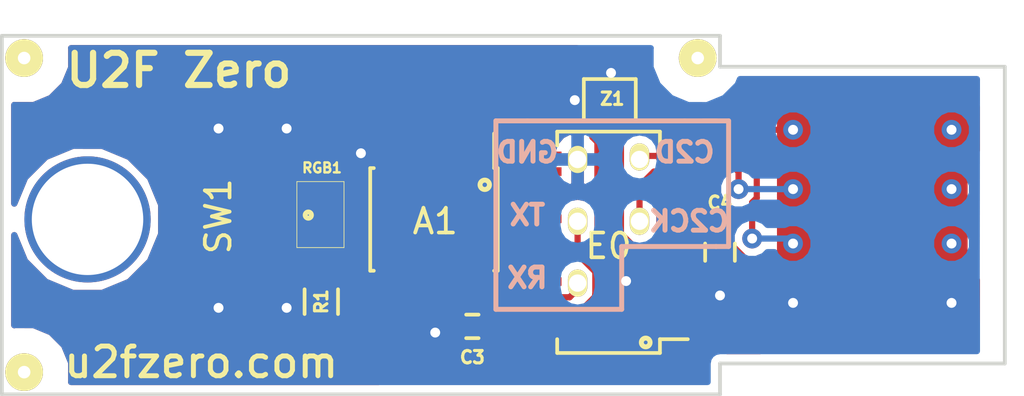
<source format=kicad_pcb>
(kicad_pcb (version 4) (host pcbnew 4.0.7)

  (general
    (links 28)
    (no_connects 0)
    (area 33.409599 27.275 76.550001 43.575001)
    (thickness 2)
    (drawings 50)
    (tracks 197)
    (zones 0)
    (modules 16)
    (nets 29)
  )

  (page User 101.6 101.6)
  (layers
    (0 F.Cu signal)
    (31 B.Cu signal hide)
    (32 B.Adhes user)
    (33 F.Adhes user)
    (34 B.Paste user)
    (35 F.Paste user)
    (36 B.SilkS user hide)
    (37 F.SilkS user)
    (38 B.Mask user)
    (39 F.Mask user)
    (40 Dwgs.User user)
    (41 Cmts.User user)
    (42 Eco1.User user)
    (43 Eco2.User user)
    (44 Edge.Cuts user)
    (45 Margin user)
    (46 B.CrtYd user)
    (47 F.CrtYd user)
    (48 B.Fab user)
    (49 F.Fab user)
  )

  (setup
    (last_trace_width 0.25)
    (user_trace_width 0.16)
    (user_trace_width 0.2)
    (trace_clearance 0.2)
    (zone_clearance 0.3)
    (zone_45_only no)
    (trace_min 0.15)
    (segment_width 0.2)
    (edge_width 0.15)
    (via_size 0.8)
    (via_drill 0.4)
    (via_min_size 0.4)
    (via_min_drill 0.3)
    (user_via 5.1 4.5)
    (uvia_size 0.3)
    (uvia_drill 0.1)
    (uvias_allowed no)
    (uvia_min_size 0.2)
    (uvia_min_drill 0.1)
    (pcb_text_width 0.3)
    (pcb_text_size 1.5 1.5)
    (mod_edge_width 0.15)
    (mod_text_size 1 1)
    (mod_text_width 0.15)
    (pad_size 1.45 0.35)
    (pad_drill 0)
    (pad_to_mask_clearance 0.1)
    (pad_to_paste_clearance -0.003)
    (aux_axis_origin 36.15 42.6)
    (visible_elements 7FFEFF3F)
    (pcbplotparams
      (layerselection 0x010f0_80000001)
      (usegerberextensions false)
      (excludeedgelayer true)
      (linewidth 0.100000)
      (plotframeref false)
      (viasonmask false)
      (mode 1)
      (useauxorigin false)
      (hpglpennumber 1)
      (hpglpenspeed 20)
      (hpglpendiameter 15)
      (hpglpenoverlay 2)
      (psnegative false)
      (psa4output false)
      (plotreference true)
      (plotvalue true)
      (plotinvisibletext false)
      (padsonsilk false)
      (subtractmaskfromsilk false)
      (outputformat 1)
      (mirror false)
      (drillshape 0)
      (scaleselection 1)
      (outputdirectory gerbers/))
  )

  (net 0 "")
  (net 1 /+5V)
  (net 2 "Net-(A1-Pad7)")
  (net 3 "Net-(A1-Pad6)")
  (net 4 "Net-(A1-Pad5)")
  (net 5 GND)
  (net 6 "Net-(A1-Pad3)")
  (net 7 "Net-(A1-Pad2)")
  (net 8 "Net-(A1-Pad1)")
  (net 9 /HD+)
  (net 10 /HD-)
  (net 11 "Net-(R1-Pad2)")
  (net 12 "Net-(Z1-Pad1)")
  (net 13 /C2CK)
  (net 14 /C2D)
  (net 15 /RX)
  (net 16 /TX)
  (net 17 "Net-(E0-Pad1)")
  (net 18 "Net-(E0-Pad10)")
  (net 19 "Net-(E0-Pad13)")
  (net 20 "Net-(E0-Pad15)")
  (net 21 "Net-(E0-Pad16)")
  (net 22 "Net-(E0-Pad17)")
  (net 23 "Net-(E0-Pad18)")
  (net 24 "Net-(E0-Pad19)")
  (net 25 "Net-(E0-Pad20)")
  (net 26 "Net-(E0-Pad21)")
  (net 27 "Net-(E0-Pad24)")
  (net 28 "Net-(E0-Pad7)")

  (net_class Default "This is the default net class."
    (clearance 0.2)
    (trace_width 0.25)
    (via_dia 0.8)
    (via_drill 0.4)
    (uvia_dia 0.3)
    (uvia_drill 0.1)
    (add_net /+5V)
    (add_net /C2CK)
    (add_net /C2D)
    (add_net /HD+)
    (add_net /HD-)
    (add_net /RX)
    (add_net /TX)
    (add_net GND)
    (add_net "Net-(A1-Pad1)")
    (add_net "Net-(A1-Pad2)")
    (add_net "Net-(A1-Pad3)")
    (add_net "Net-(A1-Pad5)")
    (add_net "Net-(A1-Pad6)")
    (add_net "Net-(A1-Pad7)")
    (add_net "Net-(E0-Pad1)")
    (add_net "Net-(E0-Pad10)")
    (add_net "Net-(E0-Pad13)")
    (add_net "Net-(E0-Pad15)")
    (add_net "Net-(E0-Pad16)")
    (add_net "Net-(E0-Pad17)")
    (add_net "Net-(E0-Pad18)")
    (add_net "Net-(E0-Pad19)")
    (add_net "Net-(E0-Pad20)")
    (add_net "Net-(E0-Pad21)")
    (add_net "Net-(E0-Pad24)")
    (add_net "Net-(E0-Pad7)")
    (add_net "Net-(R1-Pad2)")
    (add_net "Net-(Z1-Pad1)")
  )

  (module Capacitors_SMD:C_0402 (layer F.Cu) (tedit 5705CECD) (tstamp 5686DC1D)
    (at 54.25 40.75 180)
    (descr "Capacitor SMD 0402, reflow soldering, AVX (see smccp.pdf)")
    (tags "capacitor 0402")
    (path /56857DEB)
    (attr smd)
    (fp_text reference C3 (at 0 -1.25 180) (layer F.SilkS)
      (effects (font (size 0.5 0.5) (thickness 0.125)))
    )
    (fp_text value 0.1uF (at 0 1.7 180) (layer F.Fab)
      (effects (font (size 1 1) (thickness 0.15)))
    )
    (fp_line (start -1.15 -0.6) (end 1.15 -0.6) (layer F.CrtYd) (width 0.05))
    (fp_line (start -1.15 0.6) (end 1.15 0.6) (layer F.CrtYd) (width 0.05))
    (fp_line (start -1.15 -0.6) (end -1.15 0.6) (layer F.CrtYd) (width 0.05))
    (fp_line (start 1.15 -0.6) (end 1.15 0.6) (layer F.CrtYd) (width 0.05))
    (fp_line (start 0.25 -0.475) (end -0.25 -0.475) (layer F.SilkS) (width 0.15))
    (fp_line (start -0.25 0.475) (end 0.25 0.475) (layer F.SilkS) (width 0.15))
    (pad 1 smd rect (at -0.55 0 180) (size 0.6 0.5) (layers F.Cu F.Paste F.Mask)
      (net 1 /+5V))
    (pad 2 smd rect (at 0.55 0 180) (size 0.6 0.5) (layers F.Cu F.Paste F.Mask)
      (net 5 GND))
    (model Capacitors_SMD.3dshapes/C_0402.wrl
      (at (xyz 0 0 0))
      (scale (xyz 1 1 1))
      (rotate (xyz 0 0 0))
    )
  )

  (module Capacitors_SMD:C_0603 (layer F.Cu) (tedit 5705CECA) (tstamp 5686DC23)
    (at 64.25 37.75 90)
    (descr "Capacitor SMD 0603, reflow soldering, AVX (see smccp.pdf)")
    (tags "capacitor 0603")
    (path /56857E44)
    (attr smd)
    (fp_text reference C4 (at 2 0 180) (layer F.SilkS)
      (effects (font (size 0.5 0.5) (thickness 0.125)))
    )
    (fp_text value 4.7uF (at 0 1.9 90) (layer F.Fab)
      (effects (font (size 1 1) (thickness 0.15)))
    )
    (fp_line (start -1.45 -0.75) (end 1.45 -0.75) (layer F.CrtYd) (width 0.05))
    (fp_line (start -1.45 0.75) (end 1.45 0.75) (layer F.CrtYd) (width 0.05))
    (fp_line (start -1.45 -0.75) (end -1.45 0.75) (layer F.CrtYd) (width 0.05))
    (fp_line (start 1.45 -0.75) (end 1.45 0.75) (layer F.CrtYd) (width 0.05))
    (fp_line (start -0.35 -0.6) (end 0.35 -0.6) (layer F.SilkS) (width 0.15))
    (fp_line (start 0.35 0.6) (end -0.35 0.6) (layer F.SilkS) (width 0.15))
    (pad 1 smd rect (at -0.75 0 90) (size 0.8 0.75) (layers F.Cu F.Paste F.Mask)
      (net 5 GND))
    (pad 2 smd rect (at 0.75 0 90) (size 0.8 0.75) (layers F.Cu F.Paste F.Mask)
      (net 1 /+5V))
    (model Capacitors_SMD.3dshapes/C_0603.wrl
      (at (xyz 0 0 0))
      (scale (xyz 1 1 1))
      (rotate (xyz 0 0 0))
    )
  )

  (module Resistors_SMD:R_0603 (layer F.Cu) (tedit 5705BCA1) (tstamp 5686DC42)
    (at 48.15 39.75 90)
    (descr "Resistor SMD 0603, reflow soldering, Vishay (see dcrcw.pdf)")
    (tags "resistor 0603")
    (path /56857B9B)
    (attr smd)
    (fp_text reference R1 (at 0 0 270) (layer F.SilkS)
      (effects (font (size 0.5 0.5) (thickness 0.125)))
    )
    (fp_text value 100 (at 0 1.9 90) (layer F.Fab)
      (effects (font (size 1 1) (thickness 0.15)))
    )
    (fp_line (start -1.3 -0.8) (end 1.3 -0.8) (layer F.CrtYd) (width 0.05))
    (fp_line (start -1.3 0.8) (end 1.3 0.8) (layer F.CrtYd) (width 0.05))
    (fp_line (start -1.3 -0.8) (end -1.3 0.8) (layer F.CrtYd) (width 0.05))
    (fp_line (start 1.3 -0.8) (end 1.3 0.8) (layer F.CrtYd) (width 0.05))
    (fp_line (start 0.5 0.675) (end -0.5 0.675) (layer F.SilkS) (width 0.15))
    (fp_line (start -0.5 -0.675) (end 0.5 -0.675) (layer F.SilkS) (width 0.15))
    (pad 1 smd rect (at -0.75 0 90) (size 0.5 0.9) (layers F.Cu F.Paste F.Mask)
      (net 1 /+5V))
    (pad 2 smd rect (at 0.75 0 90) (size 0.5 0.9) (layers F.Cu F.Paste F.Mask)
      (net 11 "Net-(R1-Pad2)"))
    (model Resistors_SMD.3dshapes/R_0603.wrl
      (at (xyz 0 0 0))
      (scale (xyz 1 1 1))
      (rotate (xyz 0 0 0))
    )
  )

  (module TO_SOT_Packages_SMD:SOT-553 (layer F.Cu) (tedit 5705CEBA) (tstamp 5686DC5B)
    (at 59.8 31.6)
    (descr SOT553)
    (path /56857EAF)
    (attr smd)
    (fp_text reference Z1 (at 0.1 -0.05) (layer F.SilkS)
      (effects (font (size 0.5 0.5) (thickness 0.125)))
    )
    (fp_text value DF5A5.6JE (at 0 1.34874) (layer F.Fab)
      (effects (font (size 1 1) (thickness 0.15)))
    )
    (fp_line (start -1.04902 -0.8509) (end 1.04902 -0.8509) (layer F.SilkS) (width 0.15))
    (fp_line (start 1.04902 -0.8509) (end 1.04902 0.8509) (layer F.SilkS) (width 0.15))
    (fp_line (start 1.04902 0.8509) (end -1.04902 0.8509) (layer F.SilkS) (width 0.15))
    (fp_line (start -1.04902 0.8509) (end -1.04902 -0.8509) (layer F.SilkS) (width 0.15))
    (pad 1 smd rect (at -0.70104 -0.50038) (size 0.44958 0.29972) (layers F.Cu F.Paste F.Mask)
      (net 12 "Net-(Z1-Pad1)"))
    (pad 3 smd rect (at -0.70104 0.50038) (size 0.44958 0.29972) (layers F.Cu F.Paste F.Mask)
      (net 1 /+5V))
    (pad 5 smd rect (at 0.70104 -0.50038) (size 0.44958 0.29972) (layers F.Cu F.Paste F.Mask)
      (net 9 /HD+))
    (pad 2 smd rect (at -0.70104 0) (size 0.44958 0.29972) (layers F.Cu F.Paste F.Mask)
      (net 5 GND))
    (pad 4 smd rect (at 0.70104 0.50038) (size 0.44958 0.29972) (layers F.Cu F.Paste F.Mask)
      (net 10 /HD-))
    (model TO_SOT_Packages_SMD.3dshapes/SOT-553.wrl
      (at (xyz 0 0 0))
      (scale (xyz 0.77 0.65 0.7))
      (rotate (xyz 0 0 90))
    )
  )

  (module Housings_SOIC:SOIC-8_3.9x4.9mm_Pitch1.27mm (layer F.Cu) (tedit 5705BD2C) (tstamp 5705B9E7)
    (at 52.7 36.425 270)
    (descr "8-Lead Plastic Small Outline (SN) - Narrow, 3.90 mm Body [SOIC] (see Microchip Packaging Specification 00000049BS.pdf)")
    (tags "SOIC 1.27")
    (path /56857313)
    (attr smd)
    (fp_text reference A1 (at 0.075 -0.05 360) (layer F.SilkS)
      (effects (font (size 1 1) (thickness 0.15)))
    )
    (fp_text value ATECC508A (at 0 3.5 270) (layer F.Fab)
      (effects (font (size 1 1) (thickness 0.15)))
    )
    (fp_line (start -3.75 -2.75) (end -3.75 2.75) (layer F.CrtYd) (width 0.05))
    (fp_line (start 3.75 -2.75) (end 3.75 2.75) (layer F.CrtYd) (width 0.05))
    (fp_line (start -3.75 -2.75) (end 3.75 -2.75) (layer F.CrtYd) (width 0.05))
    (fp_line (start -3.75 2.75) (end 3.75 2.75) (layer F.CrtYd) (width 0.05))
    (fp_line (start -2.075 -2.575) (end -2.075 -2.43) (layer F.SilkS) (width 0.15))
    (fp_line (start 2.075 -2.575) (end 2.075 -2.43) (layer F.SilkS) (width 0.15))
    (fp_line (start 2.075 2.575) (end 2.075 2.43) (layer F.SilkS) (width 0.15))
    (fp_line (start -2.075 2.575) (end -2.075 2.43) (layer F.SilkS) (width 0.15))
    (fp_line (start -2.075 -2.575) (end 2.075 -2.575) (layer F.SilkS) (width 0.15))
    (fp_line (start -2.075 2.575) (end 2.075 2.575) (layer F.SilkS) (width 0.15))
    (fp_line (start -2.075 -2.43) (end -3.475 -2.43) (layer F.SilkS) (width 0.15))
    (pad 1 smd rect (at -2.7 -1.905 270) (size 1.55 0.6) (layers F.Cu F.Paste F.Mask)
      (net 8 "Net-(A1-Pad1)"))
    (pad 2 smd rect (at -2.7 -0.635 270) (size 1.55 0.6) (layers F.Cu F.Paste F.Mask)
      (net 7 "Net-(A1-Pad2)"))
    (pad 3 smd rect (at -2.7 0.635 270) (size 1.55 0.6) (layers F.Cu F.Paste F.Mask)
      (net 6 "Net-(A1-Pad3)"))
    (pad 4 smd rect (at -2.7 1.905 270) (size 1.55 0.6) (layers F.Cu F.Paste F.Mask)
      (net 5 GND))
    (pad 5 smd rect (at 2.7 1.905 270) (size 1.55 0.6) (layers F.Cu F.Paste F.Mask)
      (net 4 "Net-(A1-Pad5)"))
    (pad 6 smd rect (at 2.7 0.635 270) (size 1.55 0.6) (layers F.Cu F.Paste F.Mask)
      (net 3 "Net-(A1-Pad6)"))
    (pad 7 smd rect (at 2.7 -0.635 270) (size 1.55 0.6) (layers F.Cu F.Paste F.Mask)
      (net 2 "Net-(A1-Pad7)"))
    (pad 8 smd rect (at 2.7 -1.905 270) (size 1.55 0.6) (layers F.Cu F.Paste F.Mask)
      (net 1 /+5V))
    (model Housings_SOIC.3dshapes/SOIC-8_3.9x4.9mm_Pitch1.27mm.wrl
      (at (xyz 0 0 0))
      (scale (xyz 1 1 1))
      (rotate (xyz 0 0 0))
    )
  )

  (module footprints:debug (layer F.Cu) (tedit 58286ACE) (tstamp 5705B9EC)
    (at 61 36.5)
    (path /56A3F8D6)
    (fp_text reference C2CK1 (at 0.63 -1.5) (layer F.SilkS) hide
      (effects (font (size 1 1) (thickness 0.15)))
    )
    (fp_text value debug-pin (at 1.75 1.25) (layer F.Fab)
      (effects (font (size 1 1) (thickness 0.15)))
    )
    (pad 1 thru_hole oval (at 0 0) (size 0.78 1.1) (drill 0.7) (layers *.Cu *.Mask F.SilkS)
      (net 13 /C2CK))
  )

  (module footprints:debug (layer F.Cu) (tedit 58286B0A) (tstamp 5705B9F1)
    (at 61 34)
    (path /56A3F90D)
    (fp_text reference C2D1 (at 0.7 -5.75) (layer F.SilkS) hide
      (effects (font (size 1 1) (thickness 0.15)))
    )
    (fp_text value debug-pin (at 1.75 1.25) (layer F.Fab)
      (effects (font (size 1 1) (thickness 0.15)))
    )
    (pad 1 thru_hole oval (at 0 0) (size 0.78 1.1) (drill 0.7 (offset 0 -0.1)) (layers *.Cu *.Mask F.SilkS)
      (net 14 /C2D))
  )

  (module footprints:debug (layer F.Cu) (tedit 58286AE9) (tstamp 5705BA1D)
    (at 58.5 39)
    (path /56A3F89E)
    (fp_text reference RX1 (at 0.63 -1.5) (layer F.SilkS) hide
      (effects (font (size 1 1) (thickness 0.15)))
    )
    (fp_text value debug-pin (at 1.75 1.25) (layer F.Fab)
      (effects (font (size 1 1) (thickness 0.15)))
    )
    (pad 1 thru_hole oval (at 0 0) (size 0.78 1.1) (drill 0.7) (layers *.Cu *.Mask F.SilkS)
      (net 15 /RX))
  )

  (module footprints:debug (layer F.Cu) (tedit 58286AE3) (tstamp 5705BA22)
    (at 58.5 36.5)
    (path /56A3F7EB)
    (fp_text reference TX1 (at 0.63 -1.5) (layer F.SilkS) hide
      (effects (font (size 1 1) (thickness 0.15)))
    )
    (fp_text value debug-pin (at 1.75 1.25) (layer F.Fab)
      (effects (font (size 1 1) (thickness 0.15)))
    )
    (pad 1 thru_hole oval (at 0 0) (size 0.78 1.1) (drill 0.7) (layers *.Cu *.Mask F.SilkS)
      (net 16 /TX))
  )

  (module footprints:debug (layer F.Cu) (tedit 58286ADD) (tstamp 5705D0B1)
    (at 58.5 34)
    (path /570602D3)
    (fp_text reference GND1 (at 0.63 -1.5) (layer F.SilkS) hide
      (effects (font (size 1 1) (thickness 0.15)))
    )
    (fp_text value debug-pin (at 1.75 1.25) (layer F.Fab)
      (effects (font (size 1 1) (thickness 0.15)))
    )
    (pad 1 thru_hole oval (at 0 0) (size 0.78 1.1) (drill 0.7) (layers *.Cu *.Mask F.SilkS)
      (net 5 GND))
  )

  (module footprints:QSOP-24_3.9x8.7mm_Pitch0.635mm_fat (layer F.Cu) (tedit 5A68B9BD) (tstamp 571C25E8)
    (at 59.75 37.35 180)
    (descr "SSOP24: plastic shrink small outline package; 24 leads; body width 3.9 mm; lead pitch 0.635; (see NXP SSOP-TSSOP-VSO-REFLOW.pdf and sot556-1_po.pdf)")
    (tags "SSOP 0.635")
    (path /5705BC18)
    (attr smd)
    (fp_text reference E0 (at 0 -0.15 180) (layer F.SilkS)
      (effects (font (size 1 1) (thickness 0.15)))
    )
    (fp_text value EFM8UB1_24pin (at 0 5.4 180) (layer F.Fab)
      (effects (font (size 1 1) (thickness 0.15)))
    )
    (fp_line (start -3.45 -4.65) (end -3.45 4.65) (layer F.CrtYd) (width 0.05))
    (fp_line (start 3.45 -4.65) (end 3.45 4.65) (layer F.CrtYd) (width 0.05))
    (fp_line (start -3.45 -4.65) (end 3.45 -4.65) (layer F.CrtYd) (width 0.05))
    (fp_line (start -3.45 4.65) (end 3.45 4.65) (layer F.CrtYd) (width 0.05))
    (fp_line (start -2.075 -4.475) (end -2.075 -3.9175) (layer F.SilkS) (width 0.15))
    (fp_line (start 2.075 -4.475) (end 2.075 -3.9175) (layer F.SilkS) (width 0.15))
    (fp_line (start 2.075 4.475) (end 2.075 3.9175) (layer F.SilkS) (width 0.15))
    (fp_line (start -2.075 4.475) (end -2.075 3.9175) (layer F.SilkS) (width 0.15))
    (fp_line (start -2.075 -4.475) (end 2.075 -4.475) (layer F.SilkS) (width 0.15))
    (fp_line (start -2.075 4.475) (end 2.075 4.475) (layer F.SilkS) (width 0.15))
    (fp_line (start -2.075 -3.9175) (end -3.2 -3.9175) (layer F.SilkS) (width 0.15))
    (pad 1 smd rect (at -2.6 -3.4925 180) (size 1.5 0.35) (layers F.Cu F.Paste F.Mask)
      (net 17 "Net-(E0-Pad1)"))
    (pad 2 smd rect (at -2.6 -2.8575 180) (size 1.5 0.35) (layers F.Cu F.Paste F.Mask)
      (net 3 "Net-(A1-Pad6)"))
    (pad 3 smd rect (at -2.6 -2.2225 180) (size 1.5 0.35) (layers F.Cu F.Paste F.Mask)
      (net 4 "Net-(A1-Pad5)"))
    (pad 4 smd rect (at -2.6 -1.5875 180) (size 1.5 0.35) (layers F.Cu F.Paste F.Mask)
      (net 5 GND))
    (pad 5 smd rect (at -2.6 -0.9525 180) (size 1.5 0.35) (layers F.Cu F.Paste F.Mask)
      (net 9 /HD+))
    (pad 6 smd rect (at -2.6 -0.3175 180) (size 1.5 0.35) (layers F.Cu F.Paste F.Mask)
      (net 10 /HD-))
    (pad 7 smd rect (at -2.65 0.3175 180) (size 1.45 0.35) (layers F.Cu F.Paste F.Mask)
      (net 28 "Net-(E0-Pad7)"))
    (pad 8 smd rect (at -2.65 0.9525 180) (size 1.45 0.35) (layers F.Cu F.Paste F.Mask)
      (net 28 "Net-(E0-Pad7)"))
    (pad 9 smd rect (at -2.6 1.5875 180) (size 1.5 0.35) (layers F.Cu F.Paste F.Mask)
      (net 1 /+5V))
    (pad 10 smd rect (at -2.6 2.2225 180) (size 1.5 0.35) (layers F.Cu F.Paste F.Mask)
      (net 18 "Net-(E0-Pad10)"))
    (pad 11 smd rect (at -2.65 2.8575 180) (size 1.45 0.35) (layers F.Cu F.Paste F.Mask)
      (net 13 /C2CK))
    (pad 12 smd rect (at -2.65 3.4925 180) (size 1.45 0.35) (layers F.Cu F.Paste F.Mask)
      (net 14 /C2D))
    (pad 13 smd rect (at 2.6 3.4925 180) (size 1.4 0.35) (layers F.Cu F.Paste F.Mask)
      (net 19 "Net-(E0-Pad13)"))
    (pad 14 smd rect (at 2.6 2.8575 180) (size 1.4 0.35) (layers F.Cu F.Paste F.Mask)
      (net 19 "Net-(E0-Pad13)"))
    (pad 15 smd rect (at 2.6 2.2225 180) (size 1.5 0.35) (layers F.Cu F.Paste F.Mask)
      (net 20 "Net-(E0-Pad15)"))
    (pad 16 smd rect (at 2.6 1.5875 180) (size 1.5 0.35) (layers F.Cu F.Paste F.Mask)
      (net 21 "Net-(E0-Pad16)"))
    (pad 17 smd rect (at 2.6 0.9525 180) (size 1.4 0.35) (layers F.Cu F.Paste F.Mask)
      (net 22 "Net-(E0-Pad17)"))
    (pad 18 smd rect (at 2.6 0.3175 180) (size 1.4 0.35) (layers F.Cu F.Paste F.Mask)
      (net 23 "Net-(E0-Pad18)"))
    (pad 19 smd rect (at 2.6 -0.3175 180) (size 1.5 0.35) (layers F.Cu F.Paste F.Mask)
      (net 24 "Net-(E0-Pad19)"))
    (pad 20 smd rect (at 2.6 -0.9525 180) (size 1.5 0.35) (layers F.Cu F.Paste F.Mask)
      (net 25 "Net-(E0-Pad20)"))
    (pad 21 smd rect (at 2.6 -1.5875 180) (size 1.4 0.35) (layers F.Cu F.Paste F.Mask)
      (net 26 "Net-(E0-Pad21)"))
    (pad 22 smd rect (at 2.6 -2.2225 180) (size 1.4 0.35) (layers F.Cu F.Paste F.Mask)
      (net 15 /RX))
    (pad 23 smd rect (at 2.6 -2.8575 180) (size 1.5 0.35) (layers F.Cu F.Paste F.Mask)
      (net 16 /TX))
    (pad 24 smd rect (at 2.6 -3.4925 180) (size 1.5 0.35) (layers F.Cu F.Paste F.Mask)
      (net 27 "Net-(E0-Pad24)"))
    (model Housings_SSOP.3dshapes/SSOP-24_3.9x8.7mm_Pitch0.635mm.wrl
      (at (xyz 0 0 0))
      (scale (xyz 1 1 1))
      (rotate (xyz 0 0 0))
    )
  )

  (module footprints:u2f-button (layer F.Cu) (tedit 571CDF8F) (tstamp 571CE173)
    (at 43.9 36.45 90)
    (path /5685E9F9)
    (attr smd)
    (fp_text reference SW1 (at 0.15 0.09 90) (layer F.SilkS)
      (effects (font (size 1 1) (thickness 0.15)))
    )
    (fp_text value SW_PUSH (at -0.28 3.13 90) (layer F.Fab)
      (effects (font (size 1 1) (thickness 0.15)))
    )
    (pad 1 smd rect (at -3.6 -1.56 90) (size 1.6 1.4) (layers F.Cu F.Paste F.Mask)
      (net 19 "Net-(E0-Pad13)"))
    (pad 1 smd rect (at 3.6 -1.56 90) (size 1.6 1.4) (layers F.Cu F.Paste F.Mask)
      (net 19 "Net-(E0-Pad13)"))
    (pad 2 smd rect (at 3.6 1.44 90) (size 1.6 1.4) (layers F.Cu F.Paste F.Mask)
      (net 5 GND))
    (pad 2 smd rect (at -3.6 1.44 90) (size 1.6 1.4) (layers F.Cu F.Paste F.Mask)
      (net 5 GND))
  )

  (module footprints:LED-0606 (layer F.Cu) (tedit 5686CF1E) (tstamp 571CE288)
    (at 48.1 36.25)
    (path /5686DEFD)
    (attr smd)
    (fp_text reference RGB1 (at 0.07546 -1.90872) (layer F.SilkS)
      (effects (font (size 0.4 0.4) (thickness 0.1)))
    )
    (fp_text value CA_RGB (at 0.0145 1.70824) (layer F.Fab) hide
      (effects (font (size 0.4 0.4) (thickness 0.1)))
    )
    (fp_line (start -0.938 -1.355) (end 0.967 -1.355) (layer F.SilkS) (width 0.03))
    (fp_line (start 0.967 -1.355) (end 0.967 1.312) (layer F.SilkS) (width 0.03))
    (fp_line (start 0.967 1.312) (end -0.938 1.312) (layer F.SilkS) (width 0.03))
    (fp_line (start -0.938 1.312) (end -0.938 -1.355) (layer F.SilkS) (width 0.03))
    (pad 1 smd rect (at -0.43 -0.72) (size 0.65 0.85) (layers F.Cu F.Paste F.Mask)
      (net 23 "Net-(E0-Pad18)"))
    (pad 2 smd rect (at 0.42 -0.72) (size 0.65 0.85) (layers F.Cu F.Paste F.Mask)
      (net 24 "Net-(E0-Pad19)"))
    (pad 3 smd rect (at 0.42 0.73) (size 0.65 0.85) (layers F.Cu F.Paste F.Mask)
      (net 25 "Net-(E0-Pad20)"))
    (pad 4 smd rect (at -0.43 0.73) (size 0.65 0.85) (layers F.Cu F.Paste F.Mask)
      (net 11 "Net-(R1-Pad2)"))
  )

  (module footprints:u2f-fiducial (layer F.Cu) (tedit 571CE320) (tstamp 571CE3A7)
    (at 36.15 42.6)
    (path /571C39BB)
    (fp_text reference F1 (at 0.1 -1.4) (layer F.SilkS) hide
      (effects (font (size 1 1) (thickness 0.15)))
    )
    (fp_text value u2f-fiducial (at 5.3848 -1.4986) (layer F.Fab)
      (effects (font (size 1 1) (thickness 0.15)))
    )
    (pad 1 thru_hole circle (at 0 0) (size 1.524 1.524) (drill 0.508) (layers *.Cu *.Mask F.SilkS)
      (solder_mask_margin 1.016) (clearance 1.016))
  )

  (module footprints:u2f-fiducial (layer F.Cu) (tedit 571CE320) (tstamp 571CE3AC)
    (at 36.15 29.9)
    (path /571C3A1E)
    (fp_text reference F2 (at 0.1 -1.4) (layer F.SilkS) hide
      (effects (font (size 1 1) (thickness 0.15)))
    )
    (fp_text value u2f-fiducial (at 5.3848 -1.4986) (layer F.Fab)
      (effects (font (size 1 1) (thickness 0.15)))
    )
    (pad 1 thru_hole circle (at 0 0) (size 1.524 1.524) (drill 0.508) (layers *.Cu *.Mask F.SilkS)
      (solder_mask_margin 1.016) (clearance 1.016))
  )

  (module footprints:u2f-fiducial (layer F.Cu) (tedit 571CE320) (tstamp 571CE3B1)
    (at 63.35 29.9)
    (path /571C3A85)
    (fp_text reference F3 (at 0.1 -1.4) (layer F.SilkS) hide
      (effects (font (size 1 1) (thickness 0.15)))
    )
    (fp_text value u2f-fiducial (at 5.3848 -1.4986) (layer F.Fab)
      (effects (font (size 1 1) (thickness 0.15)))
    )
    (pad 1 thru_hole circle (at 0 0) (size 1.524 1.524) (drill 0.508) (layers *.Cu *.Mask F.SilkS)
      (solder_mask_margin 1.016) (clearance 1.016))
  )

  (gr_line (start 64.09 32.44) (end 63.582 32.44) (angle 90) (layer B.SilkS) (width 0.2))
  (gr_line (start 64.598 32.44) (end 64.09 32.44) (angle 90) (layer B.SilkS) (width 0.2))
  (gr_line (start 64.598 37.52) (end 64.598 32.44) (angle 90) (layer B.SilkS) (width 0.2))
  (gr_line (start 64.09 37.52) (end 64.598 37.52) (angle 90) (layer B.SilkS) (width 0.2))
  (gr_text "C2CK\n" (at 63 36.5) (layer B.SilkS)
    (effects (font (size 0.8 0.8) (thickness 0.2)) (justify mirror))
  )
  (gr_text C2D (at 62.82 33.71) (layer B.SilkS)
    (effects (font (size 0.8 0.8) (thickness 0.2)) (justify mirror))
  )
  (gr_text RX (at 56.47 38.79) (layer B.SilkS)
    (effects (font (size 0.8 0.8) (thickness 0.2)) (justify mirror))
  )
  (gr_text TX (at 56.47 36.25) (layer B.SilkS)
    (effects (font (size 0.8 0.8) (thickness 0.2)) (justify mirror))
  )
  (gr_text GND (at 56.47 33.71) (layer B.SilkS)
    (effects (font (size 0.8 0.8) (thickness 0.2)) (justify mirror))
  )
  (gr_line (start 55.2 32.44) (end 56.47 32.44) (angle 90) (layer B.SilkS) (width 0.2))
  (gr_line (start 55.2 40.06) (end 55.2 32.44) (angle 90) (layer B.SilkS) (width 0.2))
  (gr_line (start 60.28 40.06) (end 55.2 40.06) (angle 90) (layer B.SilkS) (width 0.2))
  (gr_line (start 60.28 37.52) (end 60.28 40.06) (angle 90) (layer B.SilkS) (width 0.2))
  (gr_line (start 64.09 37.52) (end 60.28 37.52) (angle 90) (layer B.SilkS) (width 0.2))
  (gr_line (start 62.82 32.44) (end 64.09 32.44) (angle 90) (layer B.SilkS) (width 0.2))
  (gr_line (start 56.47 32.44) (end 62.82 32.44) (angle 90) (layer B.SilkS) (width 0.2))
  (gr_circle (center 61.25 41.4) (end 61.375 41.275) (layer F.SilkS) (width 0.2))
  (gr_circle (center 54.75 35.025) (end 54.675 35.075) (layer F.SilkS) (width 0.2))
  (gr_circle (center 47.625 36.25) (end 47.625 36.225) (layer F.SilkS) (width 0.2))
  (gr_line (start 75.75 42.25) (end 64.25 42.25) (angle 90) (layer Edge.Cuts) (width 0.15))
  (gr_line (start 75.75 30.25) (end 64.25 30.25) (angle 90) (layer Edge.Cuts) (width 0.15))
  (gr_line (start 64.25 43.5) (end 64.25 42.25) (angle 90) (layer Edge.Cuts) (width 0.15))
  (gr_line (start 35.25 43.5) (end 64.25 43.5) (angle 90) (layer Edge.Cuts) (width 0.15))
  (gr_line (start 35.25 29) (end 35.25 43.5) (angle 90) (layer Edge.Cuts) (width 0.15))
  (gr_line (start 64.25 29) (end 35.25 29) (angle 90) (layer Edge.Cuts) (width 0.15))
  (gr_line (start 64.25 30.25) (end 64.25 29) (angle 90) (layer Edge.Cuts) (width 0.15))
  (gr_line (start 66.1 30.05) (end 66.1 42.45) (angle 90) (layer Cmts.User) (width 0.2))
  (gr_text u2fzero.com (at 43.3 42.2) (layer F.SilkS)
    (effects (font (size 1.2 1.2) (thickness 0.2)))
  )
  (gr_text "U2F Zero" (at 42.4 30.4) (layer F.SilkS)
    (effects (font (size 1.3 1.3) (thickness 0.25)))
  )
  (gr_line (start 75.75 42.25) (end 75.75 30.25) (angle 90) (layer Edge.Cuts) (width 0.15))
  (gr_text "GND\n" (at 64.45 40.05) (layer Cmts.User)
    (effects (font (size 0.5 0.5) (thickness 0.125)))
  )
  (gr_text D+ (at 64.5 37.6) (layer Cmts.User)
    (effects (font (size 0.5 0.5) (thickness 0.125)))
  )
  (gr_text D- (at 64.35 35.35) (layer Cmts.User)
    (effects (font (size 0.5 0.5) (thickness 0.125)))
  )
  (gr_text +5v (at 64.3 33) (layer Cmts.User)
    (effects (font (size 0.5 0.5) (thickness 0.125)))
  )
  (gr_line (start 74.25 33.75) (end 74.75 33.75) (angle 90) (layer Cmts.User) (width 0.2))
  (gr_line (start 74.3 38.75) (end 66.55 38.75) (angle 90) (layer Cmts.User) (width 0.2))
  (gr_line (start 66.55 38.4) (end 74.25 38.4) (angle 90) (layer Cmts.User) (width 0.2))
  (gr_line (start 74.25 36.4) (end 66.55 36.4) (angle 90) (layer Cmts.User) (width 0.2))
  (gr_line (start 66.55 36.1) (end 74.25 36.1) (angle 90) (layer Cmts.User) (width 0.2))
  (gr_line (start 74.25 34.1) (end 66.55 34.1) (angle 90) (layer Cmts.User) (width 0.2))
  (gr_line (start 74.25 33.75) (end 66.55 33.75) (angle 90) (layer Cmts.User) (width 0.2))
  (gr_line (start 74.25 30) (end 74.25 42.5) (angle 90) (layer Cmts.User) (width 0.2))
  (gr_line (start 74.75 40.75) (end 66.55 40.75) (angle 90) (layer Cmts.User) (width 0.2))
  (gr_line (start 74.75 31.75) (end 66.55 31.75) (angle 90) (layer Cmts.User) (width 0.2))
  (gr_line (start 66.55 30) (end 66.55 42.45) (angle 90) (layer Cmts.User) (width 0.2))
  (gr_line (start 74.75 42.5) (end 74.75 30) (angle 90) (layer Cmts.User) (width 0.2))
  (gr_line (start 74.75 40.75) (end 76.05 40.75) (angle 90) (layer Cmts.User) (width 0.2))
  (gr_line (start 74.75 42.45) (end 74.75 40.7) (angle 90) (layer Cmts.User) (width 0.2))
  (gr_line (start 74.75 31.75) (end 76.45 31.75) (angle 90) (layer Cmts.User) (width 0.2))
  (gr_line (start 74.75 30) (end 74.75 31.7) (angle 90) (layer Cmts.User) (width 0.2))

  (via (at 38.7096 36.4236) (size 5.1) (drill 4.5) (layers F.Cu B.Cu) (net 0))
  (segment (start 65.25 40.25) (end 65.25 37.987499) (width 0.25) (layer F.Cu) (net 1))
  (segment (start 65.25 37.987499) (end 64.262501 37) (width 0.25) (layer F.Cu) (net 1))
  (segment (start 64.262501 37) (end 64.25 37) (width 0.25) (layer F.Cu) (net 1))
  (segment (start 61.25 30.75) (end 60.264999 29.764999) (width 0.25) (layer F.Cu) (net 1))
  (segment (start 61.710009 31.658037) (end 61.25 31.198028) (width 0.25) (layer F.Cu) (net 1))
  (segment (start 61.71001 31.658906) (end 61.710009 31.658037) (width 0.25) (layer F.Cu) (net 1))
  (segment (start 61.25 31.198028) (end 61.25 30.75) (width 0.25) (layer F.Cu) (net 1))
  (segment (start 58.985001 29.764999) (end 57.650804 31.099196) (width 0.25) (layer F.Cu) (net 1))
  (segment (start 57.650804 31.099196) (end 57.650804 31.95475) (width 0.25) (layer F.Cu) (net 1))
  (segment (start 57.650804 31.95475) (end 58.033004 32.33695) (width 0.25) (layer F.Cu) (net 1))
  (segment (start 58.033004 32.33695) (end 58.86239 32.33695) (width 0.25) (layer F.Cu) (net 1))
  (segment (start 58.86239 32.33695) (end 59.09896 32.10038) (width 0.25) (layer F.Cu) (net 1))
  (segment (start 60.264999 29.764999) (end 58.985001 29.764999) (width 0.25) (layer F.Cu) (net 1))
  (segment (start 62.381084 32.32998) (end 61.71001 31.658906) (width 0.25) (layer F.Cu) (net 1))
  (segment (start 64.131084 32.32998) (end 62.381084 32.32998) (width 0.25) (layer F.Cu) (net 1))
  (segment (start 64.601104 32.8) (end 64.131084 32.32998) (width 0.25) (layer F.Cu) (net 1))
  (segment (start 67.2 32.8) (end 64.601104 32.8) (width 0.25) (layer F.Cu) (net 1))
  (segment (start 67.2 32.8) (end 73.6 32.8) (width 0.25) (layer F.Cu) (net 1))
  (via (at 73.6 32.8) (size 0.8) (drill 0.4) (layers F.Cu B.Cu) (net 1))
  (segment (start 67.15 32.75) (end 67.2 32.8) (width 0.25) (layer F.Cu) (net 1))
  (via (at 67.2 32.8) (size 0.8) (drill 0.4) (layers F.Cu B.Cu) (net 1))
  (segment (start 54.8 41.3) (end 54.8 40.75) (width 0.25) (layer F.Cu) (net 1))
  (segment (start 58.17719 41.54999) (end 55.04999 41.54999) (width 0.25) (layer F.Cu) (net 1))
  (segment (start 59.665011 40.062169) (end 58.17719 41.54999) (width 0.25) (layer F.Cu) (net 1))
  (segment (start 59.29999 37.992404) (end 59.665011 38.357425) (width 0.25) (layer F.Cu) (net 1))
  (segment (start 59.09896 32.10038) (end 59.09896 33.09896) (width 0.25) (layer F.Cu) (net 1))
  (segment (start 59.09896 33.09896) (end 59.29999 33.29999) (width 0.25) (layer F.Cu) (net 1))
  (segment (start 59.29999 33.29999) (end 59.29999 37.992404) (width 0.25) (layer F.Cu) (net 1))
  (segment (start 55.04999 41.54999) (end 54.8 41.3) (width 0.25) (layer F.Cu) (net 1))
  (segment (start 59.665011 38.357425) (end 59.665011 40.062169) (width 0.25) (layer F.Cu) (net 1))
  (segment (start 59.046683 32.152657) (end 59.09896 32.10038) (width 0.25) (layer F.Cu) (net 1))
  (segment (start 49.5 40.25) (end 49.5 41.25) (width 0.25) (layer F.Cu) (net 1))
  (segment (start 62.54999 42.95001) (end 65.25 40.25) (width 0.25) (layer F.Cu) (net 1))
  (segment (start 51.20001 42.95001) (end 62.54999 42.95001) (width 0.25) (layer F.Cu) (net 1))
  (segment (start 49.5 41.25) (end 51.20001 42.95001) (width 0.25) (layer F.Cu) (net 1))
  (segment (start 64.324998 37) (end 64.25 37) (width 0.25) (layer F.Cu) (net 1))
  (segment (start 49.5 40.25) (end 49.25 40.5) (width 0.25) (layer F.Cu) (net 1))
  (segment (start 49.25 40.5) (end 48.15 40.5) (width 0.25) (layer F.Cu) (net 1))
  (segment (start 49.5 38.5) (end 49.5 40.25) (width 0.25) (layer F.Cu) (net 1))
  (segment (start 51 37) (end 49.5 38.5) (width 0.25) (layer F.Cu) (net 1))
  (segment (start 53.5 37) (end 51 37) (width 0.25) (layer F.Cu) (net 1))
  (segment (start 54.605 38.105) (end 53.5 37) (width 0.25) (layer F.Cu) (net 1))
  (segment (start 54.605 39.125) (end 54.605 38.105) (width 0.25) (layer F.Cu) (net 1))
  (segment (start 54.8 40.55) (end 54.605 40.355) (width 0.25) (layer F.Cu) (net 1))
  (segment (start 54.605 40.355) (end 54.605 39.125) (width 0.25) (layer F.Cu) (net 1))
  (segment (start 54.8 40.75) (end 54.8 40.55) (width 0.25) (layer F.Cu) (net 1))
  (segment (start 64.25 36.25) (end 63.7625 35.7625) (width 0.25) (layer F.Cu) (net 1))
  (segment (start 63.7625 35.7625) (end 62.35 35.7625) (width 0.25) (layer F.Cu) (net 1))
  (segment (start 64.25 37) (end 64.25 36.25) (width 0.25) (layer F.Cu) (net 1))
  (segment (start 52.065 39.125) (end 52.065 39.975588) (width 0.25) (layer F.Cu) (net 3))
  (segment (start 52.065 39.975588) (end 51.574989 40.465599) (width 0.25) (layer F.Cu) (net 3))
  (segment (start 51.574989 40.465599) (end 51.574989 41.824989) (width 0.25) (layer F.Cu) (net 3))
  (segment (start 52.25 42.5) (end 58.5 42.5) (width 0.25) (layer F.Cu) (net 3))
  (segment (start 51.574989 41.824989) (end 52.25 42.5) (width 0.25) (layer F.Cu) (net 3))
  (segment (start 58.5 42.5) (end 60.7925 40.2075) (width 0.25) (layer F.Cu) (net 3))
  (segment (start 60.7925 40.2075) (end 62.35 40.2075) (width 0.25) (layer F.Cu) (net 3))
  (segment (start 50.795 39.125) (end 50.795 37.955) (width 0.25) (layer F.Cu) (net 4))
  (segment (start 50.795 37.955) (end 51.25 37.5) (width 0.25) (layer F.Cu) (net 4))
  (segment (start 51.25 37.5) (end 52.25 37.5) (width 0.25) (layer F.Cu) (net 4))
  (segment (start 52.676998 42) (end 58.36359 42) (width 0.25) (layer F.Cu) (net 4))
  (segment (start 52.25 37.5) (end 52.709999 37.959999) (width 0.25) (layer F.Cu) (net 4))
  (segment (start 52.024999 40.651999) (end 52.024999 41.348001) (width 0.25) (layer F.Cu) (net 4))
  (segment (start 52.709999 37.959999) (end 52.709999 40.124999) (width 0.25) (layer F.Cu) (net 4))
  (segment (start 52.709999 40.124999) (end 52.559999 40.274999) (width 0.25) (layer F.Cu) (net 4))
  (segment (start 52.559999 40.274999) (end 52.401999 40.274999) (width 0.25) (layer F.Cu) (net 4))
  (segment (start 58.36359 42) (end 60.79109 39.5725) (width 0.25) (layer F.Cu) (net 4))
  (segment (start 52.401999 40.274999) (end 52.024999 40.651999) (width 0.25) (layer F.Cu) (net 4))
  (segment (start 52.024999 41.348001) (end 52.676998 42) (width 0.25) (layer F.Cu) (net 4))
  (segment (start 60.79109 39.5725) (end 62.35 39.5725) (width 0.25) (layer F.Cu) (net 4))
  (segment (start 62.35 38.9375) (end 60.478138 38.9375) (width 0.25) (layer F.Cu) (net 5))
  (segment (start 60.478138 38.9375) (end 60.457964 38.917326) (width 0.25) (layer F.Cu) (net 5))
  (via (at 60.457964 38.917326) (size 0.8) (drill 0.4) (layers F.Cu B.Cu) (net 5))
  (segment (start 67.2 39.8) (end 73.6 39.8) (width 0.25) (layer F.Cu) (net 5))
  (via (at 73.6 39.8) (size 0.8) (drill 0.4) (layers F.Cu B.Cu) (net 5))
  (segment (start 66.9 39.5) (end 67.2 39.8) (width 0.25) (layer B.Cu) (net 5))
  (segment (start 64.25 39.5) (end 66.9 39.5) (width 0.25) (layer B.Cu) (net 5))
  (via (at 67.2 39.8) (size 0.8) (drill 0.4) (layers F.Cu B.Cu) (net 5))
  (segment (start 64.25 38.5) (end 64.25 39.5) (width 0.25) (layer F.Cu) (net 5))
  (via (at 64.25 39.5) (size 0.8) (drill 0.4) (layers F.Cu B.Cu) (net 5))
  (segment (start 53.7 40.75) (end 53 40.75) (width 0.25) (layer F.Cu) (net 5))
  (segment (start 53 40.75) (end 52.75 41) (width 0.25) (layer F.Cu) (net 5))
  (via (at 52.75 41) (size 0.8) (drill 0.4) (layers F.Cu B.Cu) (net 5))
  (segment (start 45.34 40.05) (end 46.7 40.05) (width 0.25) (layer F.Cu) (net 5))
  (via (at 46.75 40) (size 0.8) (drill 0.4) (layers F.Cu B.Cu) (net 5))
  (segment (start 46.7 40.05) (end 46.75 40) (width 0.25) (layer F.Cu) (net 5))
  (segment (start 45.34 40.05) (end 44.05 40.05) (width 0.25) (layer F.Cu) (net 5))
  (segment (start 44.05 40.05) (end 44 40) (width 0.25) (layer F.Cu) (net 5))
  (via (at 44 40) (size 0.8) (drill 0.4) (layers F.Cu B.Cu) (net 5))
  (segment (start 46.65 32.85) (end 46.75 32.75) (width 0.25) (layer F.Cu) (net 5))
  (via (at 46.75 32.75) (size 0.8) (drill 0.4) (layers F.Cu B.Cu) (net 5))
  (segment (start 45.34 32.85) (end 46.65 32.85) (width 0.25) (layer F.Cu) (net 5))
  (segment (start 45.34 32.85) (end 44.1 32.85) (width 0.25) (layer F.Cu) (net 5))
  (segment (start 44.1 32.85) (end 44 32.75) (width 0.25) (layer F.Cu) (net 5))
  (via (at 44 32.75) (size 0.8) (drill 0.4) (layers F.Cu B.Cu) (net 5))
  (segment (start 50.795 33.725) (end 49.775 33.725) (width 0.25) (layer F.Cu) (net 5))
  (segment (start 49.775 33.725) (end 49.75 33.75) (width 0.25) (layer F.Cu) (net 5))
  (via (at 49.75 33.75) (size 0.8) (drill 0.4) (layers F.Cu B.Cu) (net 5))
  (segment (start 59.46676 31.573954) (end 59.85 31.190714) (width 0.2) (layer F.Cu) (net 5))
  (segment (start 59.85 31.190714) (end 59.85 30.5) (width 0.2) (layer F.Cu) (net 5))
  (via (at 59.85 30.5) (size 0.8) (drill 0.4) (layers F.Cu B.Cu) (net 5))
  (segment (start 59.09896 31.6) (end 59.440714 31.6) (width 0.2) (layer F.Cu) (net 5))
  (segment (start 59.440714 31.6) (end 59.46676 31.573954) (width 0.2) (layer F.Cu) (net 5))
  (segment (start 59.09896 31.6) (end 58.387754 31.6) (width 0.25) (layer F.Cu) (net 5))
  (segment (start 58.387754 31.6) (end 58.385805 31.601949) (width 0.25) (layer F.Cu) (net 5))
  (via (at 58.385805 31.601949) (size 0.8) (drill 0.4) (layers F.Cu B.Cu) (net 5))
  (segment (start 63.412502 38.75) (end 64 38.75) (width 0.25) (layer F.Cu) (net 5))
  (segment (start 64 38.75) (end 64.25 38.5) (width 0.25) (layer F.Cu) (net 5))
  (segment (start 62.35 38.9375) (end 63.225002 38.9375) (width 0.25) (layer F.Cu) (net 5))
  (segment (start 63.225002 38.9375) (end 63.412502 38.75) (width 0.25) (layer F.Cu) (net 5))
  (segment (start 59.76 32.51) (end 59.76 31.860555) (width 0.2) (layer F.Cu) (net 9))
  (segment (start 59.76 31.860555) (end 60.50104 31.119514) (width 0.2) (layer F.Cu) (net 9))
  (segment (start 60.50104 31.119514) (end 60.50104 31.09962) (width 0.2) (layer F.Cu) (net 9))
  (segment (start 59.76 37.160552) (end 59.76 32.51) (width 0.25) (layer F.Cu) (net 9))
  (segment (start 62.35 38.3025) (end 60.901948 38.3025) (width 0.25) (layer F.Cu) (net 9))
  (segment (start 60.901948 38.3025) (end 59.76 37.160552) (width 0.25) (layer F.Cu) (net 9))
  (segment (start 61.25 31.849448) (end 61.25 31.84858) (width 0.25) (layer F.Cu) (net 9))
  (segment (start 61.25 31.84858) (end 60.50104 31.09962) (width 0.25) (layer F.Cu) (net 9))
  (segment (start 62.190542 32.78999) (end 61.25 31.849448) (width 0.25) (layer F.Cu) (net 9))
  (segment (start 63.940542 32.78999) (end 62.190542 32.78999) (width 0.25) (layer F.Cu) (net 9))
  (segment (start 65.735001 34.584449) (end 63.940542 32.78999) (width 0.25) (layer F.Cu) (net 9))
  (segment (start 65.548619 37.198316) (end 65.548619 35.739183) (width 0.25) (layer F.Cu) (net 9))
  (segment (start 65.548619 35.739183) (end 65.735001 35.552801) (width 0.25) (layer F.Cu) (net 9))
  (segment (start 65.735001 35.552801) (end 65.735001 34.584449) (width 0.25) (layer F.Cu) (net 9))
  (segment (start 67.2 37.4) (end 73.6 37.4) (width 0.25) (layer F.Cu) (net 9))
  (segment (start 66.998316 37.198316) (end 67.2 37.4) (width 0.25) (layer B.Cu) (net 9))
  (segment (start 65.548619 37.198316) (end 66.998316 37.198316) (width 0.25) (layer B.Cu) (net 9))
  (via (at 67.2 37.4) (size 0.8) (drill 0.4) (layers F.Cu B.Cu) (net 9))
  (via (at 73.6 37.4) (size 0.8) (drill 0.4) (layers F.Cu B.Cu) (net 9))
  (via (at 65.548619 37.198316) (size 0.8) (drill 0.4) (layers F.Cu B.Cu) (net 9))
  (segment (start 60.50104 31.09962) (end 60.50104 31.140728) (width 0.25) (layer F.Cu) (net 9))
  (segment (start 62.35 37.6675) (end 60.9175 37.6675) (width 0.25) (layer F.Cu) (net 10))
  (segment (start 60.9175 37.6675) (end 60.25 37) (width 0.25) (layer F.Cu) (net 10))
  (segment (start 60.25 37) (end 60.25 33) (width 0.25) (layer F.Cu) (net 10))
  (segment (start 60.25 33) (end 60.50104 32.74896) (width 0.25) (layer F.Cu) (net 10))
  (segment (start 60.50104 32.74896) (end 60.50104 32.10038) (width 0.25) (layer F.Cu) (net 10))
  (segment (start 65 35.2) (end 65 34.5) (width 0.25) (layer F.Cu) (net 10))
  (segment (start 65 34.5) (end 63.75 33.25) (width 0.25) (layer F.Cu) (net 10))
  (segment (start 63.75 33.25) (end 62 33.25) (width 0.25) (layer F.Cu) (net 10))
  (segment (start 62 33.25) (end 60.85038 32.10038) (width 0.25) (layer F.Cu) (net 10))
  (segment (start 60.85038 32.10038) (end 60.50104 32.10038) (width 0.25) (layer F.Cu) (net 10))
  (via (at 65 35.2) (size 0.8) (drill 0.4) (layers F.Cu B.Cu) (net 10))
  (segment (start 67.2 35.2) (end 73.6 35.2) (width 0.25) (layer F.Cu) (net 10))
  (via (at 73.6 35.2) (size 0.8) (drill 0.4) (layers F.Cu B.Cu) (net 10))
  (segment (start 65 35.2) (end 67.2 35.2) (width 0.25) (layer B.Cu) (net 10))
  (via (at 67.2 35.2) (size 0.8) (drill 0.4) (layers F.Cu B.Cu) (net 10))
  (segment (start 47.67 37.67) (end 48.15 38.15) (width 0.25) (layer F.Cu) (net 11))
  (segment (start 48.15 38.15) (end 48.15 39) (width 0.25) (layer F.Cu) (net 11))
  (segment (start 47.67 36.98) (end 47.67 37.67) (width 0.25) (layer F.Cu) (net 11))
  (segment (start 62.35 34.4925) (end 61.578676 34.4925) (width 0.25) (layer F.Cu) (net 13))
  (segment (start 61.578676 34.4925) (end 61 35.071176) (width 0.25) (layer F.Cu) (net 13))
  (segment (start 61 35.071176) (end 61 36.5) (width 0.25) (layer F.Cu) (net 13))
  (segment (start 62.35 33.8575) (end 61.1425 33.8575) (width 0.25) (layer F.Cu) (net 14))
  (segment (start 61.1425 33.8575) (end 61 34) (width 0.25) (layer F.Cu) (net 14))
  (segment (start 58.5 39) (end 58.5 39.25) (width 0.25) (layer F.Cu) (net 15))
  (segment (start 58.5 39.25) (end 58.1775 39.5725) (width 0.25) (layer F.Cu) (net 15))
  (segment (start 57.15 39.5725) (end 58.1775 39.5725) (width 0.25) (layer F.Cu) (net 15))
  (segment (start 59.21501 38.543834) (end 58.5 37.828824) (width 0.25) (layer F.Cu) (net 16))
  (segment (start 58.5 37.828824) (end 58.5 36.5) (width 0.25) (layer F.Cu) (net 16))
  (segment (start 59.21501 38.543834) (end 59.21501 39.456166) (width 0.25) (layer F.Cu) (net 16))
  (segment (start 59.21501 39.456166) (end 59.215001 39.456175) (width 0.25) (layer F.Cu) (net 16))
  (segment (start 59.215001 39.456175) (end 59.215001 39.534999) (width 0.25) (layer F.Cu) (net 16))
  (segment (start 59.215001 39.534999) (end 58.5425 40.2075) (width 0.25) (layer F.Cu) (net 16))
  (segment (start 58.5425 40.2075) (end 57.15 40.2075) (width 0.25) (layer F.Cu) (net 16))
  (segment (start 46.823004 34) (end 43.49 34) (width 0.25) (layer F.Cu) (net 19))
  (segment (start 48.573004 32.25) (end 46.823004 34) (width 0.25) (layer F.Cu) (net 19))
  (segment (start 55.75 32.5) (end 55.5 32.25) (width 0.25) (layer F.Cu) (net 19))
  (segment (start 55.5 32.25) (end 48.573004 32.25) (width 0.25) (layer F.Cu) (net 19))
  (segment (start 55.75 33.75) (end 55.75 32.5) (width 0.25) (layer F.Cu) (net 19))
  (segment (start 55.9925 34.4925) (end 55.75 34.25) (width 0.25) (layer F.Cu) (net 19))
  (segment (start 55.75 34.25) (end 55.75 33.75) (width 0.25) (layer F.Cu) (net 19))
  (segment (start 57.15 34.4925) (end 55.9925 34.4925) (width 0.25) (layer F.Cu) (net 19))
  (segment (start 42.34 40.05) (end 42.34 35.15) (width 0.25) (layer F.Cu) (net 19))
  (segment (start 42.34 35.15) (end 43.49 34) (width 0.25) (layer F.Cu) (net 19))
  (segment (start 43.49 34) (end 42.34 32.85) (width 0.25) (layer F.Cu) (net 19))
  (segment (start 55.8575 33.8575) (end 55.75 33.75) (width 0.25) (layer F.Cu) (net 19))
  (segment (start 57.15 33.8575) (end 55.8575 33.8575) (width 0.25) (layer F.Cu) (net 19))
  (segment (start 48 34.5) (end 47.67 34.83) (width 0.25) (layer F.Cu) (net 23))
  (segment (start 47.67 34.83) (end 47.67 35.53) (width 0.25) (layer F.Cu) (net 23))
  (segment (start 49.25 34.5) (end 48 34.5) (width 0.25) (layer F.Cu) (net 23))
  (segment (start 49.82999 35.07999) (end 49.25 34.5) (width 0.25) (layer F.Cu) (net 23))
  (segment (start 53.7164 35.07999) (end 49.82999 35.07999) (width 0.25) (layer F.Cu) (net 23))
  (segment (start 55.66891 37.0325) (end 53.7164 35.07999) (width 0.25) (layer F.Cu) (net 23))
  (segment (start 57.15 37.0325) (end 55.66891 37.0325) (width 0.25) (layer F.Cu) (net 23))
  (segment (start 55.6675 37.6675) (end 53.53 35.53) (width 0.25) (layer F.Cu) (net 24))
  (segment (start 53.53 35.53) (end 48.52 35.53) (width 0.25) (layer F.Cu) (net 24))
  (segment (start 57.15 37.6675) (end 55.6675 37.6675) (width 0.25) (layer F.Cu) (net 24))
  (segment (start 57.15 38.3025) (end 55.66609 38.3025) (width 0.25) (layer F.Cu) (net 25))
  (segment (start 55.66609 38.3025) (end 53.3436 35.98001) (width 0.25) (layer F.Cu) (net 25))
  (segment (start 53.3436 35.98001) (end 50.26999 35.98001) (width 0.25) (layer F.Cu) (net 25))
  (segment (start 50.26999 35.98001) (end 49.27 36.98) (width 0.25) (layer F.Cu) (net 25))
  (segment (start 49.27 36.98) (end 48.52 36.98) (width 0.25) (layer F.Cu) (net 25))
  (segment (start 62.35 37.0325) (end 63.4675 37.0325) (width 0.25) (layer F.Cu) (net 28))
  (segment (start 63.4675 37.0325) (end 63.549999 36.950001) (width 0.25) (layer F.Cu) (net 28))
  (segment (start 63.3975 36.3975) (end 62.35 36.3975) (width 0.25) (layer F.Cu) (net 28))
  (segment (start 63.549999 36.950001) (end 63.549999 36.549999) (width 0.25) (layer F.Cu) (net 28))
  (segment (start 63.549999 36.549999) (end 63.3975 36.3975) (width 0.25) (layer F.Cu) (net 28))

  (zone (net 1) (net_name /+5V) (layer F.Cu) (tstamp 568751E6) (hatch edge 0.508)
    (connect_pads (clearance 0.3))
    (min_thickness 0.254)
    (fill yes (arc_segments 16) (thermal_gap 0.508) (thermal_bridge_width 0.508))
    (polygon
      (pts
        (xy 74.75 33.75) (xy 66.55 33.75) (xy 66.55 31.75) (xy 74.75 31.75)
      )
    )
    (filled_polygon
      (pts
        (xy 74.623 33.623) (xy 66.677 33.623) (xy 66.677 31.877) (xy 74.623 31.877)
      )
    )
  )
  (zone (net 9) (net_name /HD+) (layer F.Cu) (tstamp 5687527E) (hatch edge 0.508)
    (connect_pads (clearance 0.3))
    (min_thickness 0.254)
    (fill yes (arc_segments 16) (thermal_gap 0.508) (thermal_bridge_width 0.508))
    (polygon
      (pts
        (xy 74.25 38.4) (xy 66.55 38.4) (xy 66.55 36.4) (xy 74.25 36.4)
      )
    )
    (filled_polygon
      (pts
        (xy 74.123 38.273) (xy 66.677 38.273) (xy 66.677 36.527) (xy 74.123 36.527)
      )
    )
  )
  (zone (net 0) (net_name "") (layer F.Mask) (tstamp 56884D72) (hatch edge 0.508)
    (connect_pads (clearance 0.3))
    (min_thickness 0.254)
    (fill yes (arc_segments 16) (thermal_gap 0.508) (thermal_bridge_width 0.508))
    (polygon
      (pts
        (xy 66.55 31.75) (xy 74.75 31.75) (xy 74.75 33.75) (xy 66.55 33.75)
      )
    )
    (filled_polygon
      (pts
        (xy 74.623 33.623) (xy 66.677 33.623) (xy 66.677 31.877) (xy 74.623 31.877)
      )
    )
  )
  (zone (net 0) (net_name "") (layer F.Mask) (tstamp 56884DB6) (hatch edge 0.508)
    (connect_pads (clearance 0.3))
    (min_thickness 0.254)
    (fill yes (arc_segments 16) (thermal_gap 0.508) (thermal_bridge_width 0.508))
    (polygon
      (pts
        (xy 74.25 38.4) (xy 74.25 36.4) (xy 66.55 36.4) (xy 66.55 38.4)
      )
    )
    (filled_polygon
      (pts
        (xy 74.123 38.273) (xy 66.677 38.273) (xy 66.677 36.527) (xy 74.123 36.527)
      )
    )
  )
  (zone (net 0) (net_name "") (layer F.Mask) (tstamp 56884D8C) (hatch edge 0.508)
    (connect_pads (clearance 0.3))
    (min_thickness 0.254)
    (fill yes (arc_segments 16) (thermal_gap 0.508) (thermal_bridge_width 0.508))
    (polygon
      (pts
        (xy 74.25 36.1) (xy 66.55 36.1) (xy 66.55 34.1) (xy 74.25 34.1)
      )
    )
    (filled_polygon
      (pts
        (xy 74.123 35.973) (xy 66.677 35.973) (xy 66.677 34.227) (xy 74.123 34.227)
      )
    )
  )
  (zone (net 10) (net_name /HD-) (layer F.Cu) (tstamp 56875235) (hatch edge 0.508)
    (connect_pads (clearance 0.3))
    (min_thickness 0.254)
    (fill yes (arc_segments 16) (thermal_gap 0.508) (thermal_bridge_width 0.508))
    (polygon
      (pts
        (xy 74.25 36.1) (xy 66.55 36.1) (xy 66.55 34.1) (xy 74.25 34.1)
      )
    )
    (filled_polygon
      (pts
        (xy 74.123 35.973) (xy 66.677 35.973) (xy 66.677 34.227) (xy 74.123 34.227)
      )
    )
  )
  (zone (net 0) (net_name "") (layer F.Mask) (tstamp 56EDB053) (hatch edge 0.508)
    (connect_pads (clearance 0.3))
    (min_thickness 0.254)
    (fill yes (arc_segments 16) (thermal_gap 0.508) (thermal_bridge_width 0.508))
    (polygon
      (pts
        (xy 66.55 38.75) (xy 66.55 40.75) (xy 74.75 40.75) (xy 74.75 38.75)
      )
    )
    (filled_polygon
      (pts
        (xy 74.623 40.623) (xy 66.677 40.623) (xy 66.677 38.877) (xy 74.623 38.877)
      )
    )
  )
  (zone (net 5) (net_name GND) (layer F.Cu) (tstamp 5705C9E9) (hatch edge 0.508)
    (connect_pads (clearance 0.3))
    (min_thickness 0.254)
    (fill yes (arc_segments 16) (thermal_gap 0.508) (thermal_bridge_width 0.508))
    (polygon
      (pts
        (xy 64.15 30.35) (xy 66 30.35) (xy 66 38.75) (xy 74.75 38.75) (xy 74.75 40.75)
        (xy 66 40.75) (xy 66 42.15) (xy 64.15 42.15) (xy 64.15 43.4) (xy 35.35 43.4)
        (xy 35.35 29.1) (xy 64.15 29.1)
      )
    )
    (filled_polygon
      (pts
        (xy 57.260481 30.708873) (xy 57.140822 30.887954) (xy 57.100545 31.090441) (xy 57.098804 31.099196) (xy 57.098804 31.95475)
        (xy 57.140822 32.165992) (xy 57.260481 32.345073) (xy 57.642681 32.727273) (xy 57.821763 32.846932) (xy 58.033004 32.88895)
        (xy 58.148245 32.88895) (xy 57.869624 33.028504) (xy 57.680176 33.247135) (xy 56.4 33.247135) (xy 56.302 33.265575)
        (xy 56.302 32.5) (xy 56.259982 32.288759) (xy 56.140323 32.109677) (xy 55.890323 31.859677) (xy 55.711242 31.740018)
        (xy 55.5 31.698) (xy 48.573004 31.698) (xy 48.361762 31.740018) (xy 48.182681 31.859677) (xy 46.675 33.367358)
        (xy 46.675 33.13575) (xy 46.51625 32.977) (xy 45.467 32.977) (xy 45.467 32.997) (xy 45.213 32.997)
        (xy 45.213 32.977) (xy 44.16375 32.977) (xy 44.005 33.13575) (xy 44.005 33.448) (xy 43.718646 33.448)
        (xy 43.475365 33.204719) (xy 43.475365 32.05) (xy 43.451599 31.923691) (xy 44.005 31.923691) (xy 44.005 32.56425)
        (xy 44.16375 32.723) (xy 45.213 32.723) (xy 45.213 31.57375) (xy 45.467 31.57375) (xy 45.467 32.723)
        (xy 46.51625 32.723) (xy 46.675 32.56425) (xy 46.675 31.923691) (xy 46.578327 31.690302) (xy 46.399699 31.511673)
        (xy 46.16631 31.415) (xy 45.62575 31.415) (xy 45.467 31.57375) (xy 45.213 31.57375) (xy 45.05425 31.415)
        (xy 44.51369 31.415) (xy 44.280301 31.511673) (xy 44.101673 31.690302) (xy 44.005 31.923691) (xy 43.451599 31.923691)
        (xy 43.445591 31.891763) (xy 43.352073 31.746433) (xy 43.209381 31.648936) (xy 43.04 31.614635) (xy 41.64 31.614635)
        (xy 41.481763 31.644409) (xy 41.336433 31.737927) (xy 41.238936 31.880619) (xy 41.204635 32.05) (xy 41.204635 33.65)
        (xy 41.234409 33.808237) (xy 41.327927 33.953567) (xy 41.470619 34.051064) (xy 41.64 34.085365) (xy 42.623989 34.085365)
        (xy 41.949677 34.759677) (xy 41.830018 34.938758) (xy 41.8219 34.979573) (xy 41.788 35.15) (xy 41.788 38.814635)
        (xy 41.64 38.814635) (xy 41.481763 38.844409) (xy 41.336433 38.937927) (xy 41.238936 39.080619) (xy 41.204635 39.25)
        (xy 41.204635 40.85) (xy 41.234409 41.008237) (xy 41.327927 41.153567) (xy 41.470619 41.251064) (xy 41.64 41.285365)
        (xy 43.04 41.285365) (xy 43.198237 41.255591) (xy 43.343567 41.162073) (xy 43.441064 41.019381) (xy 43.475365 40.85)
        (xy 43.475365 40.33575) (xy 44.005 40.33575) (xy 44.005 40.976309) (xy 44.101673 41.209698) (xy 44.280301 41.388327)
        (xy 44.51369 41.485) (xy 45.05425 41.485) (xy 45.213 41.32625) (xy 45.213 40.177) (xy 45.467 40.177)
        (xy 45.467 41.32625) (xy 45.62575 41.485) (xy 46.16631 41.485) (xy 46.399699 41.388327) (xy 46.578327 41.209698)
        (xy 46.675 40.976309) (xy 46.675 40.33575) (xy 46.51625 40.177) (xy 45.467 40.177) (xy 45.213 40.177)
        (xy 44.16375 40.177) (xy 44.005 40.33575) (xy 43.475365 40.33575) (xy 43.475365 39.25) (xy 43.451599 39.123691)
        (xy 44.005 39.123691) (xy 44.005 39.76425) (xy 44.16375 39.923) (xy 45.213 39.923) (xy 45.213 38.77375)
        (xy 45.467 38.77375) (xy 45.467 39.923) (xy 46.51625 39.923) (xy 46.675 39.76425) (xy 46.675 39.123691)
        (xy 46.578327 38.890302) (xy 46.399699 38.711673) (xy 46.16631 38.615) (xy 45.62575 38.615) (xy 45.467 38.77375)
        (xy 45.213 38.77375) (xy 45.05425 38.615) (xy 44.51369 38.615) (xy 44.280301 38.711673) (xy 44.101673 38.890302)
        (xy 44.005 39.123691) (xy 43.451599 39.123691) (xy 43.445591 39.091763) (xy 43.352073 38.946433) (xy 43.209381 38.848936)
        (xy 43.04 38.814635) (xy 42.892 38.814635) (xy 42.892 35.378646) (xy 43.718646 34.552) (xy 46.823004 34.552)
        (xy 47.034246 34.509982) (xy 47.213327 34.390323) (xy 48.80165 32.802) (xy 49.868985 32.802) (xy 49.86 32.823691)
        (xy 49.86 33.43925) (xy 50.01875 33.598) (xy 50.668 33.598) (xy 50.668 33.578) (xy 50.922 33.578)
        (xy 50.922 33.598) (xy 50.942 33.598) (xy 50.942 33.852) (xy 50.922 33.852) (xy 50.922 33.872)
        (xy 50.668 33.872) (xy 50.668 33.852) (xy 50.01875 33.852) (xy 49.86 34.01075) (xy 49.86 34.329354)
        (xy 49.640323 34.109677) (xy 49.461242 33.990018) (xy 49.25 33.948) (xy 48 33.948) (xy 47.788759 33.990018)
        (xy 47.620902 34.102177) (xy 47.609677 34.109677) (xy 47.279677 34.439677) (xy 47.160018 34.618758) (xy 47.137695 34.730983)
        (xy 47.041433 34.792927) (xy 46.943936 34.935619) (xy 46.909635 35.105) (xy 46.909635 35.955) (xy 46.939409 36.113237)
        (xy 47.03187 36.256924) (xy 46.943936 36.385619) (xy 46.909635 36.555) (xy 46.909635 37.405) (xy 46.939409 37.563237)
        (xy 47.032927 37.708567) (xy 47.140259 37.781903) (xy 47.160018 37.881242) (xy 47.279677 38.060323) (xy 47.560279 38.340925)
        (xy 47.541763 38.344409) (xy 47.396433 38.437927) (xy 47.298936 38.580619) (xy 47.264635 38.75) (xy 47.264635 39.25)
        (xy 47.294409 39.408237) (xy 47.387927 39.553567) (xy 47.530619 39.651064) (xy 47.7 39.685365) (xy 48.6 39.685365)
        (xy 48.758237 39.655591) (xy 48.903567 39.562073) (xy 48.948 39.497043) (xy 48.948 39.948) (xy 48.913081 39.948)
        (xy 48.912073 39.946433) (xy 48.769381 39.848936) (xy 48.6 39.814635) (xy 47.7 39.814635) (xy 47.541763 39.844409)
        (xy 47.396433 39.937927) (xy 47.298936 40.080619) (xy 47.264635 40.25) (xy 47.264635 40.75) (xy 47.294409 40.908237)
        (xy 47.387927 41.053567) (xy 47.530619 41.151064) (xy 47.7 41.185365) (xy 48.6 41.185365) (xy 48.758237 41.155591)
        (xy 48.903567 41.062073) (xy 48.91045 41.052) (xy 48.948 41.052) (xy 48.948 41.25) (xy 48.990018 41.461242)
        (xy 49.109677 41.640323) (xy 50.467354 42.998) (xy 38.047439 42.998) (xy 38.054668 42.98059) (xy 38.05533 42.222735)
        (xy 37.765922 41.522314) (xy 37.230505 40.985961) (xy 36.53059 40.695332) (xy 35.772735 40.69467) (xy 35.752 40.703238)
        (xy 35.752 37.061364) (xy 36.184351 38.107732) (xy 37.021063 38.945906) (xy 38.11484 39.400082) (xy 39.299164 39.401116)
        (xy 40.393732 38.948849) (xy 41.231906 38.112137) (xy 41.686082 37.01836) (xy 41.687116 35.834036) (xy 41.234849 34.739468)
        (xy 40.398137 33.901294) (xy 39.30436 33.447118) (xy 38.120036 33.446084) (xy 37.025468 33.898351) (xy 36.187294 34.735063)
        (xy 35.752 35.783367) (xy 35.752 31.797439) (xy 35.76941 31.804668) (xy 36.527265 31.80533) (xy 37.227686 31.515922)
        (xy 37.764039 30.980505) (xy 38.054668 30.28059) (xy 38.05533 29.522735) (xy 38.046762 29.502) (xy 58.467354 29.502)
      )
    )
    (filled_polygon
      (pts
        (xy 65.873 38.75) (xy 65.883006 38.79941) (xy 65.911447 38.841035) (xy 65.953841 38.868315) (xy 66 38.877)
        (xy 74.623 38.877) (xy 74.623 40.623) (xy 66 40.623) (xy 65.95059 40.633006) (xy 65.908965 40.661447)
        (xy 65.881685 40.703841) (xy 65.873 40.75) (xy 65.873 41.748) (xy 64.532646 41.748) (xy 65.640323 40.640323)
        (xy 65.759982 40.461242) (xy 65.802 40.25) (xy 65.802 37.988436) (xy 65.873 37.959099)
      )
    )
    (filled_polygon
      (pts
        (xy 52.765 40.877002) (xy 52.921748 40.877002) (xy 52.765 41.03375) (xy 52.765 41.12631) (xy 52.861673 41.359699)
        (xy 52.949974 41.448) (xy 52.905644 41.448) (xy 52.576999 41.119355) (xy 52.576999 40.880645) (xy 52.648186 40.809458)
        (xy 52.765 40.786222)
      )
    )
    (filled_polygon
      (pts
        (xy 64.377 38.373) (xy 64.397 38.373) (xy 64.397 38.627) (xy 64.377 38.627) (xy 64.377 39.37625)
        (xy 64.53575 39.535) (xy 64.698 39.535) (xy 64.698 40.021354) (xy 63.433307 41.286047) (xy 63.501064 41.186881)
        (xy 63.535365 41.0175) (xy 63.535365 40.6675) (xy 63.507567 40.519767) (xy 63.535365 40.3825) (xy 63.535365 40.0325)
        (xy 63.507567 39.884767) (xy 63.535365 39.7475) (xy 63.535365 39.57516) (xy 63.626245 39.484281) (xy 63.74869 39.535)
        (xy 63.96425 39.535) (xy 64.123 39.37625) (xy 64.123 38.627) (xy 64.103 38.627) (xy 64.103 38.373)
        (xy 64.123 38.373) (xy 64.123 38.353) (xy 64.377 38.353)
      )
    )
    (filled_polygon
      (pts
        (xy 53.827 40.625) (xy 53.847 40.625) (xy 53.847 40.875) (xy 53.827 40.875) (xy 53.827 40.897)
        (xy 53.573 40.897) (xy 53.573 40.875) (xy 53.553 40.875) (xy 53.553 40.625) (xy 53.573 40.625)
        (xy 53.573 40.603) (xy 53.827 40.603)
      )
    )
    (filled_polygon
      (pts
        (xy 60.511625 38.692823) (xy 60.690707 38.812482) (xy 60.901948 38.8545) (xy 61.3954 38.8545) (xy 61.430619 38.878564)
        (xy 61.6 38.912865) (xy 62.497 38.912865) (xy 62.497 38.962135) (xy 61.6 38.962135) (xy 61.441763 38.991909)
        (xy 61.397332 39.0205) (xy 60.79109 39.0205) (xy 60.579849 39.062518) (xy 60.486338 39.125) (xy 60.400767 39.182177)
        (xy 60.217011 39.365933) (xy 60.217011 38.398209)
      )
    )
    (filled_polygon
      (pts
        (xy 58.627 33.873) (xy 58.647 33.873) (xy 58.647 34.127) (xy 58.627 34.127) (xy 58.627 35.01689)
        (xy 58.74799 35.115054) (xy 58.74799 35.553187) (xy 58.5 35.503859) (xy 58.326134 35.538443) (xy 58.307567 35.439767)
        (xy 58.335365 35.3025) (xy 58.335365 35.047425) (xy 58.373 35.01689) (xy 58.373 34.127) (xy 58.353 34.127)
        (xy 58.353 33.873) (xy 58.373 33.873) (xy 58.373 33.853) (xy 58.627 33.853)
      )
    )
    (filled_polygon
      (pts
        (xy 58.23917 31.32383) (xy 58.23917 31.36632) (xy 58.39792 31.52507) (xy 58.544094 31.52507) (xy 58.562097 31.553047)
        (xy 58.63059 31.599846) (xy 58.570603 31.638447) (xy 58.545675 31.67493) (xy 58.39792 31.67493) (xy 58.2879 31.78495)
        (xy 58.26165 31.78495) (xy 58.202804 31.726104) (xy 58.202804 31.327842) (xy 58.262048 31.268598)
      )
    )
    (filled_polygon
      (pts
        (xy 60.24048 30.521126) (xy 60.118013 30.544169) (xy 59.972683 30.637687) (xy 59.875186 30.780379) (xy 59.840885 30.94976)
        (xy 59.840885 31.034379) (xy 59.82345 31.051814) (xy 59.759115 30.98748) (xy 59.759115 30.94976) (xy 59.729341 30.791523)
        (xy 59.635823 30.646193) (xy 59.493131 30.548696) (xy 59.32375 30.514395) (xy 59.016251 30.514395) (xy 59.213647 30.316999)
        (xy 60.036353 30.316999)
      )
    )
  )
  (zone (net 5) (net_name GND) (layer B.Cu) (tstamp 5828670F) (hatch edge 0.508)
    (connect_pads (clearance 0.3))
    (min_thickness 0.254)
    (fill yes (arc_segments 16) (thermal_gap 0.508) (thermal_bridge_width 0.508))
    (polygon
      (pts
        (xy 64.25 30.25) (xy 66 30.25) (xy 74.75 30.25) (xy 74.740002 38.725) (xy 74.75 40.75)
        (xy 74.75 42.25) (xy 66 42.25) (xy 64.25 42.25) (xy 64.25 43.5) (xy 35.25 43.5)
        (xy 35.25 29) (xy 64.25 29)
      )
    )
    (filled_polygon
      (pts
        (xy 61.445332 29.51941) (xy 61.44467 30.277265) (xy 61.734078 30.977686) (xy 62.269495 31.514039) (xy 62.96941 31.804668)
        (xy 63.727265 31.80533) (xy 64.427686 31.515922) (xy 64.964039 30.980505) (xy 65.058922 30.752) (xy 74.622408 30.752)
        (xy 74.613002 38.72485) (xy 74.613004 38.725627) (xy 74.623 40.750222) (xy 74.623 41.748) (xy 64.25 41.748)
        (xy 64.057893 41.786212) (xy 63.895032 41.895032) (xy 63.786212 42.057893) (xy 63.748 42.25) (xy 63.748 42.998)
        (xy 38.047439 42.998) (xy 38.054668 42.98059) (xy 38.05533 42.222735) (xy 37.765922 41.522314) (xy 37.230505 40.985961)
        (xy 36.53059 40.695332) (xy 35.772735 40.69467) (xy 35.752 40.703238) (xy 35.752 37.061364) (xy 36.184351 38.107732)
        (xy 37.021063 38.945906) (xy 38.11484 39.400082) (xy 39.299164 39.401116) (xy 40.393732 38.948849) (xy 40.521945 38.820859)
        (xy 57.683 38.820859) (xy 57.683 39.179141) (xy 57.74519 39.491793) (xy 57.922294 39.756847) (xy 58.187348 39.933951)
        (xy 58.5 39.996141) (xy 58.812652 39.933951) (xy 59.077706 39.756847) (xy 59.25481 39.491793) (xy 59.317 39.179141)
        (xy 59.317 38.820859) (xy 59.25481 38.508207) (xy 59.077706 38.243153) (xy 58.812652 38.066049) (xy 58.5 38.003859)
        (xy 58.187348 38.066049) (xy 57.922294 38.243153) (xy 57.74519 38.508207) (xy 57.683 38.820859) (xy 40.521945 38.820859)
        (xy 41.231906 38.112137) (xy 41.686082 37.01836) (xy 41.68669 36.320859) (xy 57.683 36.320859) (xy 57.683 36.679141)
        (xy 57.74519 36.991793) (xy 57.922294 37.256847) (xy 58.187348 37.433951) (xy 58.5 37.496141) (xy 58.812652 37.433951)
        (xy 59.077706 37.256847) (xy 59.25481 36.991793) (xy 59.317 36.679141) (xy 59.317 36.320859) (xy 60.183 36.320859)
        (xy 60.183 36.679141) (xy 60.24519 36.991793) (xy 60.422294 37.256847) (xy 60.687348 37.433951) (xy 61 37.496141)
        (xy 61.312652 37.433951) (xy 61.420191 37.362095) (xy 64.721476 37.362095) (xy 64.847114 37.666162) (xy 65.079549 37.899004)
        (xy 65.383397 38.025172) (xy 65.712398 38.025459) (xy 66.016465 37.899821) (xy 66.166232 37.750316) (xy 66.449933 37.750316)
        (xy 66.498495 37.867846) (xy 66.73093 38.100688) (xy 67.034778 38.226856) (xy 67.363779 38.227143) (xy 67.667846 38.101505)
        (xy 67.900688 37.86907) (xy 68.026856 37.565222) (xy 68.026857 37.563779) (xy 72.772857 37.563779) (xy 72.898495 37.867846)
        (xy 73.13093 38.100688) (xy 73.434778 38.226856) (xy 73.763779 38.227143) (xy 74.067846 38.101505) (xy 74.300688 37.86907)
        (xy 74.426856 37.565222) (xy 74.427143 37.236221) (xy 74.301505 36.932154) (xy 74.06907 36.699312) (xy 73.765222 36.573144)
        (xy 73.436221 36.572857) (xy 73.132154 36.698495) (xy 72.899312 36.93093) (xy 72.773144 37.234778) (xy 72.772857 37.563779)
        (xy 68.026857 37.563779) (xy 68.027143 37.236221) (xy 67.901505 36.932154) (xy 67.66907 36.699312) (xy 67.365222 36.573144)
        (xy 67.036221 36.572857) (xy 66.858437 36.646316) (xy 66.166117 36.646316) (xy 66.017689 36.497628) (xy 65.713841 36.37146)
        (xy 65.38484 36.371173) (xy 65.080773 36.496811) (xy 64.847931 36.729246) (xy 64.721763 37.033094) (xy 64.721476 37.362095)
        (xy 61.420191 37.362095) (xy 61.577706 37.256847) (xy 61.75481 36.991793) (xy 61.817 36.679141) (xy 61.817 36.320859)
        (xy 61.75481 36.008207) (xy 61.577706 35.743153) (xy 61.312652 35.566049) (xy 61 35.503859) (xy 60.687348 35.566049)
        (xy 60.422294 35.743153) (xy 60.24519 36.008207) (xy 60.183 36.320859) (xy 59.317 36.320859) (xy 59.25481 36.008207)
        (xy 59.077706 35.743153) (xy 58.812652 35.566049) (xy 58.5 35.503859) (xy 58.187348 35.566049) (xy 57.922294 35.743153)
        (xy 57.74519 36.008207) (xy 57.683 36.320859) (xy 41.68669 36.320859) (xy 41.687116 35.834036) (xy 41.49281 35.363779)
        (xy 64.172857 35.363779) (xy 64.298495 35.667846) (xy 64.53093 35.900688) (xy 64.834778 36.026856) (xy 65.163779 36.027143)
        (xy 65.467846 35.901505) (xy 65.617613 35.752) (xy 66.582502 35.752) (xy 66.73093 35.900688) (xy 67.034778 36.026856)
        (xy 67.363779 36.027143) (xy 67.667846 35.901505) (xy 67.900688 35.66907) (xy 68.026856 35.365222) (xy 68.026857 35.363779)
        (xy 72.772857 35.363779) (xy 72.898495 35.667846) (xy 73.13093 35.900688) (xy 73.434778 36.026856) (xy 73.763779 36.027143)
        (xy 74.067846 35.901505) (xy 74.300688 35.66907) (xy 74.426856 35.365222) (xy 74.427143 35.036221) (xy 74.301505 34.732154)
        (xy 74.06907 34.499312) (xy 73.765222 34.373144) (xy 73.436221 34.372857) (xy 73.132154 34.498495) (xy 72.899312 34.73093)
        (xy 72.773144 35.034778) (xy 72.772857 35.363779) (xy 68.026857 35.363779) (xy 68.027143 35.036221) (xy 67.901505 34.732154)
        (xy 67.66907 34.499312) (xy 67.365222 34.373144) (xy 67.036221 34.372857) (xy 66.732154 34.498495) (xy 66.582387 34.648)
        (xy 65.617498 34.648) (xy 65.46907 34.499312) (xy 65.165222 34.373144) (xy 64.836221 34.372857) (xy 64.532154 34.498495)
        (xy 64.299312 34.73093) (xy 64.173144 35.034778) (xy 64.172857 35.363779) (xy 41.49281 35.363779) (xy 41.234849 34.739468)
        (xy 40.78424 34.288071) (xy 57.480443 34.288071) (xy 57.607063 34.66849) (xy 57.869624 34.971496) (xy 58.215454 35.144713)
        (xy 58.373 35.01689) (xy 58.373 34.127) (xy 58.627 34.127) (xy 58.627 35.01689) (xy 58.784546 35.144713)
        (xy 59.130376 34.971496) (xy 59.392937 34.66849) (xy 59.519557 34.288071) (xy 59.368289 34.127) (xy 58.627 34.127)
        (xy 58.373 34.127) (xy 57.631711 34.127) (xy 57.480443 34.288071) (xy 40.78424 34.288071) (xy 40.398137 33.901294)
        (xy 39.942096 33.711929) (xy 57.480443 33.711929) (xy 57.631711 33.873) (xy 58.373 33.873) (xy 58.373 32.98311)
        (xy 58.627 32.98311) (xy 58.627 33.873) (xy 59.368289 33.873) (xy 59.51117 33.720859) (xy 60.183 33.720859)
        (xy 60.183 34.079141) (xy 60.24519 34.391793) (xy 60.422294 34.656847) (xy 60.687348 34.833951) (xy 61 34.896141)
        (xy 61.312652 34.833951) (xy 61.577706 34.656847) (xy 61.75481 34.391793) (xy 61.817 34.079141) (xy 61.817 33.720859)
        (xy 61.75481 33.408207) (xy 61.577706 33.143153) (xy 61.312652 32.966049) (xy 61.30124 32.963779) (xy 66.372857 32.963779)
        (xy 66.498495 33.267846) (xy 66.73093 33.500688) (xy 67.034778 33.626856) (xy 67.363779 33.627143) (xy 67.667846 33.501505)
        (xy 67.900688 33.26907) (xy 68.026856 32.965222) (xy 68.026857 32.963779) (xy 72.772857 32.963779) (xy 72.898495 33.267846)
        (xy 73.13093 33.500688) (xy 73.434778 33.626856) (xy 73.763779 33.627143) (xy 74.067846 33.501505) (xy 74.300688 33.26907)
        (xy 74.426856 32.965222) (xy 74.427143 32.636221) (xy 74.301505 32.332154) (xy 74.06907 32.099312) (xy 73.765222 31.973144)
        (xy 73.436221 31.972857) (xy 73.132154 32.098495) (xy 72.899312 32.33093) (xy 72.773144 32.634778) (xy 72.772857 32.963779)
        (xy 68.026857 32.963779) (xy 68.027143 32.636221) (xy 67.901505 32.332154) (xy 67.66907 32.099312) (xy 67.365222 31.973144)
        (xy 67.036221 31.972857) (xy 66.732154 32.098495) (xy 66.499312 32.33093) (xy 66.373144 32.634778) (xy 66.372857 32.963779)
        (xy 61.30124 32.963779) (xy 61 32.903859) (xy 60.687348 32.966049) (xy 60.422294 33.143153) (xy 60.24519 33.408207)
        (xy 60.183 33.720859) (xy 59.51117 33.720859) (xy 59.519557 33.711929) (xy 59.392937 33.33151) (xy 59.130376 33.028504)
        (xy 58.784546 32.855287) (xy 58.627 32.98311) (xy 58.373 32.98311) (xy 58.215454 32.855287) (xy 57.869624 33.028504)
        (xy 57.607063 33.33151) (xy 57.480443 33.711929) (xy 39.942096 33.711929) (xy 39.30436 33.447118) (xy 38.120036 33.446084)
        (xy 37.025468 33.898351) (xy 36.187294 34.735063) (xy 35.752 35.783367) (xy 35.752 31.797439) (xy 35.76941 31.804668)
        (xy 36.527265 31.80533) (xy 37.227686 31.515922) (xy 37.764039 30.980505) (xy 38.054668 30.28059) (xy 38.05533 29.522735)
        (xy 38.046762 29.502) (xy 61.452561 29.502)
      )
    )
  )
)

</source>
